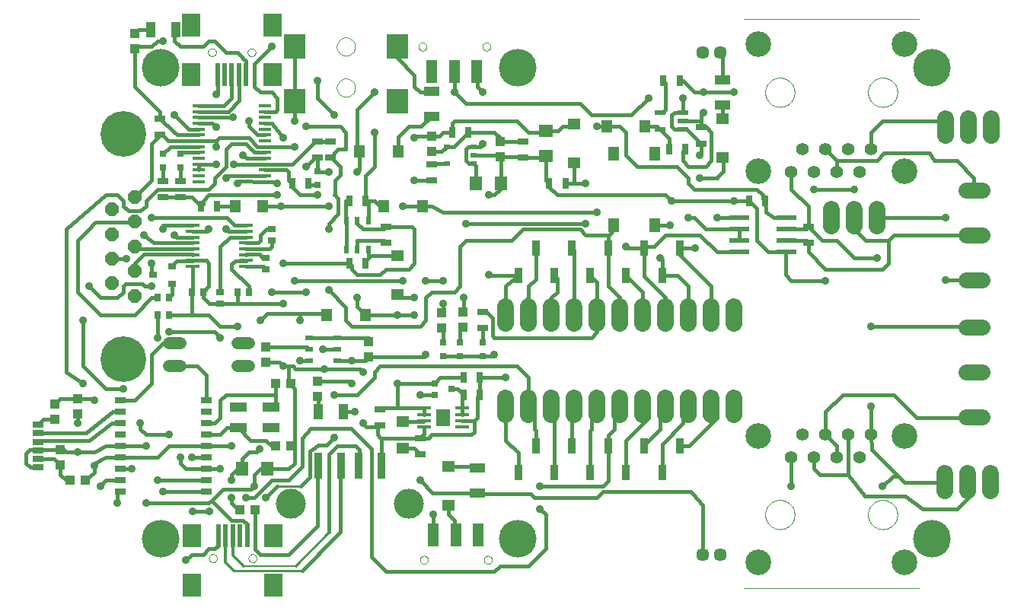
<source format=gtl>
G75*
G70*
%OFA0B0*%
%FSLAX24Y24*%
%IPPOS*%
%LPD*%
%AMOC8*
5,1,8,0,0,1.08239X$1,22.5*
%
%ADD10R,0.0945X0.1102*%
%ADD11C,0.0000*%
%ADD12R,0.0500X0.0579*%
%ADD13R,0.0551X0.0630*%
%ADD14R,0.0630X0.0551*%
%ADD15R,0.0472X0.0315*%
%ADD16R,0.0315X0.0472*%
%ADD17R,0.0709X0.0394*%
%ADD18R,0.0197X0.0984*%
%ADD19R,0.0787X0.0984*%
%ADD20R,0.0394X0.0433*%
%ADD21R,0.0394X0.0709*%
%ADD22C,0.0570*%
%ADD23R,0.0579X0.0500*%
%ADD24R,0.0374X0.0236*%
%ADD25C,0.1310*%
%ADD26R,0.0354X0.1181*%
%ADD27R,0.0433X0.0394*%
%ADD28R,0.0472X0.0984*%
%ADD29OC8,0.0600*%
%ADD30C,0.2000*%
%ADD31R,0.0354X0.0276*%
%ADD32R,0.0276X0.0354*%
%ADD33R,0.0256X0.0197*%
%ADD34R,0.0630X0.0157*%
%ADD35R,0.0618X0.0744*%
%ADD36C,0.0279*%
%ADD37R,0.0551X0.0472*%
%ADD38R,0.0276X0.0276*%
%ADD39R,0.0236X0.0374*%
%ADD40R,0.0335X0.0669*%
%ADD41R,0.0550X0.0137*%
%ADD42R,0.0512X0.0610*%
%ADD43C,0.0740*%
%ADD44R,0.0315X0.0315*%
%ADD45R,0.0870X0.0240*%
%ADD46R,0.0472X0.0551*%
%ADD47C,0.0705*%
%ADD48R,0.0472X0.0217*%
%ADD49C,0.0004*%
%ADD50C,0.0554*%
%ADD51C,0.1122*%
%ADD52R,0.0450X0.0300*%
%ADD53R,0.0500X0.0252*%
%ADD54R,0.0748X0.0433*%
%ADD55C,0.0520*%
%ADD56R,0.0354X0.0315*%
%ADD57C,0.1650*%
%ADD58C,0.0160*%
%ADD59C,0.0356*%
%ADD60C,0.0100*%
%ADD61C,0.0120*%
%ADD62C,0.0080*%
D10*
X014686Y039848D03*
X014686Y042250D03*
X019174Y042250D03*
X019174Y039848D03*
D11*
X020105Y042250D02*
X020107Y042276D01*
X020113Y042302D01*
X020123Y042327D01*
X020136Y042350D01*
X020152Y042370D01*
X020172Y042388D01*
X020194Y042403D01*
X020217Y042415D01*
X020243Y042423D01*
X020269Y042427D01*
X020295Y042427D01*
X020321Y042423D01*
X020347Y042415D01*
X020371Y042403D01*
X020392Y042388D01*
X020412Y042370D01*
X020428Y042350D01*
X020441Y042327D01*
X020451Y042302D01*
X020457Y042276D01*
X020459Y042250D01*
X020457Y042224D01*
X020451Y042198D01*
X020441Y042173D01*
X020428Y042150D01*
X020412Y042130D01*
X020392Y042112D01*
X020370Y042097D01*
X020347Y042085D01*
X020321Y042077D01*
X020295Y042073D01*
X020269Y042073D01*
X020243Y042077D01*
X020217Y042085D01*
X020193Y042097D01*
X020172Y042112D01*
X020152Y042130D01*
X020136Y042150D01*
X020123Y042173D01*
X020113Y042198D01*
X020107Y042224D01*
X020105Y042250D01*
X022901Y042250D02*
X022903Y042276D01*
X022909Y042302D01*
X022919Y042327D01*
X022932Y042350D01*
X022948Y042370D01*
X022968Y042388D01*
X022990Y042403D01*
X023013Y042415D01*
X023039Y042423D01*
X023065Y042427D01*
X023091Y042427D01*
X023117Y042423D01*
X023143Y042415D01*
X023167Y042403D01*
X023188Y042388D01*
X023208Y042370D01*
X023224Y042350D01*
X023237Y042327D01*
X023247Y042302D01*
X023253Y042276D01*
X023255Y042250D01*
X023253Y042224D01*
X023247Y042198D01*
X023237Y042173D01*
X023224Y042150D01*
X023208Y042130D01*
X023188Y042112D01*
X023166Y042097D01*
X023143Y042085D01*
X023117Y042077D01*
X023091Y042073D01*
X023065Y042073D01*
X023039Y042077D01*
X023013Y042085D01*
X022989Y042097D01*
X022968Y042112D01*
X022948Y042130D01*
X022932Y042150D01*
X022919Y042173D01*
X022909Y042198D01*
X022903Y042224D01*
X022901Y042250D01*
X016530Y042250D02*
X016532Y042290D01*
X016538Y042329D01*
X016548Y042368D01*
X016561Y042405D01*
X016579Y042441D01*
X016600Y042475D01*
X016624Y042507D01*
X016651Y042536D01*
X016681Y042563D01*
X016713Y042586D01*
X016748Y042606D01*
X016784Y042622D01*
X016822Y042635D01*
X016861Y042644D01*
X016900Y042649D01*
X016940Y042650D01*
X016980Y042647D01*
X017019Y042640D01*
X017057Y042629D01*
X017095Y042615D01*
X017130Y042596D01*
X017163Y042575D01*
X017195Y042550D01*
X017223Y042522D01*
X017249Y042492D01*
X017271Y042459D01*
X017290Y042424D01*
X017306Y042387D01*
X017318Y042349D01*
X017326Y042310D01*
X017330Y042270D01*
X017330Y042230D01*
X017326Y042190D01*
X017318Y042151D01*
X017306Y042113D01*
X017290Y042076D01*
X017271Y042041D01*
X017249Y042008D01*
X017223Y041978D01*
X017195Y041950D01*
X017163Y041925D01*
X017130Y041904D01*
X017095Y041885D01*
X017057Y041871D01*
X017019Y041860D01*
X016980Y041853D01*
X016940Y041850D01*
X016900Y041851D01*
X016861Y041856D01*
X016822Y041865D01*
X016784Y041878D01*
X016748Y041894D01*
X016713Y041914D01*
X016681Y041937D01*
X016651Y041964D01*
X016624Y041993D01*
X016600Y042025D01*
X016579Y042059D01*
X016561Y042095D01*
X016548Y042132D01*
X016538Y042171D01*
X016532Y042210D01*
X016530Y042250D01*
X016530Y040450D02*
X016532Y040490D01*
X016538Y040529D01*
X016548Y040568D01*
X016561Y040605D01*
X016579Y040641D01*
X016600Y040675D01*
X016624Y040707D01*
X016651Y040736D01*
X016681Y040763D01*
X016713Y040786D01*
X016748Y040806D01*
X016784Y040822D01*
X016822Y040835D01*
X016861Y040844D01*
X016900Y040849D01*
X016940Y040850D01*
X016980Y040847D01*
X017019Y040840D01*
X017057Y040829D01*
X017095Y040815D01*
X017130Y040796D01*
X017163Y040775D01*
X017195Y040750D01*
X017223Y040722D01*
X017249Y040692D01*
X017271Y040659D01*
X017290Y040624D01*
X017306Y040587D01*
X017318Y040549D01*
X017326Y040510D01*
X017330Y040470D01*
X017330Y040430D01*
X017326Y040390D01*
X017318Y040351D01*
X017306Y040313D01*
X017290Y040276D01*
X017271Y040241D01*
X017249Y040208D01*
X017223Y040178D01*
X017195Y040150D01*
X017163Y040125D01*
X017130Y040104D01*
X017095Y040085D01*
X017057Y040071D01*
X017019Y040060D01*
X016980Y040053D01*
X016940Y040050D01*
X016900Y040051D01*
X016861Y040056D01*
X016822Y040065D01*
X016784Y040078D01*
X016748Y040094D01*
X016713Y040114D01*
X016681Y040137D01*
X016651Y040164D01*
X016624Y040193D01*
X016600Y040225D01*
X016579Y040259D01*
X016561Y040295D01*
X016548Y040332D01*
X016538Y040371D01*
X016532Y040410D01*
X016530Y040450D01*
X012619Y042000D02*
X012621Y042026D01*
X012627Y042052D01*
X012637Y042077D01*
X012650Y042100D01*
X012666Y042120D01*
X012686Y042138D01*
X012708Y042153D01*
X012731Y042165D01*
X012757Y042173D01*
X012783Y042177D01*
X012809Y042177D01*
X012835Y042173D01*
X012861Y042165D01*
X012885Y042153D01*
X012906Y042138D01*
X012926Y042120D01*
X012942Y042100D01*
X012955Y042077D01*
X012965Y042052D01*
X012971Y042026D01*
X012973Y042000D01*
X012971Y041974D01*
X012965Y041948D01*
X012955Y041923D01*
X012942Y041900D01*
X012926Y041880D01*
X012906Y041862D01*
X012884Y041847D01*
X012861Y041835D01*
X012835Y041827D01*
X012809Y041823D01*
X012783Y041823D01*
X012757Y041827D01*
X012731Y041835D01*
X012707Y041847D01*
X012686Y041862D01*
X012666Y041880D01*
X012650Y041900D01*
X012637Y041923D01*
X012627Y041948D01*
X012621Y041974D01*
X012619Y042000D01*
X010887Y042000D02*
X010889Y042026D01*
X010895Y042052D01*
X010905Y042077D01*
X010918Y042100D01*
X010934Y042120D01*
X010954Y042138D01*
X010976Y042153D01*
X010999Y042165D01*
X011025Y042173D01*
X011051Y042177D01*
X011077Y042177D01*
X011103Y042173D01*
X011129Y042165D01*
X011153Y042153D01*
X011174Y042138D01*
X011194Y042120D01*
X011210Y042100D01*
X011223Y042077D01*
X011233Y042052D01*
X011239Y042026D01*
X011241Y042000D01*
X011239Y041974D01*
X011233Y041948D01*
X011223Y041923D01*
X011210Y041900D01*
X011194Y041880D01*
X011174Y041862D01*
X011152Y041847D01*
X011129Y041835D01*
X011103Y041827D01*
X011077Y041823D01*
X011051Y041823D01*
X011025Y041827D01*
X010999Y041835D01*
X010975Y041847D01*
X010954Y041862D01*
X010934Y041880D01*
X010918Y041900D01*
X010905Y041923D01*
X010895Y041948D01*
X010889Y041974D01*
X010887Y042000D01*
X010926Y019839D02*
X010928Y019865D01*
X010934Y019891D01*
X010944Y019916D01*
X010957Y019939D01*
X010973Y019959D01*
X010993Y019977D01*
X011015Y019992D01*
X011038Y020004D01*
X011064Y020012D01*
X011090Y020016D01*
X011116Y020016D01*
X011142Y020012D01*
X011168Y020004D01*
X011192Y019992D01*
X011213Y019977D01*
X011233Y019959D01*
X011249Y019939D01*
X011262Y019916D01*
X011272Y019891D01*
X011278Y019865D01*
X011280Y019839D01*
X011278Y019813D01*
X011272Y019787D01*
X011262Y019762D01*
X011249Y019739D01*
X011233Y019719D01*
X011213Y019701D01*
X011191Y019686D01*
X011168Y019674D01*
X011142Y019666D01*
X011116Y019662D01*
X011090Y019662D01*
X011064Y019666D01*
X011038Y019674D01*
X011014Y019686D01*
X010993Y019701D01*
X010973Y019719D01*
X010957Y019739D01*
X010944Y019762D01*
X010934Y019787D01*
X010928Y019813D01*
X010926Y019839D01*
X012659Y019839D02*
X012661Y019865D01*
X012667Y019891D01*
X012677Y019916D01*
X012690Y019939D01*
X012706Y019959D01*
X012726Y019977D01*
X012748Y019992D01*
X012771Y020004D01*
X012797Y020012D01*
X012823Y020016D01*
X012849Y020016D01*
X012875Y020012D01*
X012901Y020004D01*
X012925Y019992D01*
X012946Y019977D01*
X012966Y019959D01*
X012982Y019939D01*
X012995Y019916D01*
X013005Y019891D01*
X013011Y019865D01*
X013013Y019839D01*
X013011Y019813D01*
X013005Y019787D01*
X012995Y019762D01*
X012982Y019739D01*
X012966Y019719D01*
X012946Y019701D01*
X012924Y019686D01*
X012901Y019674D01*
X012875Y019666D01*
X012849Y019662D01*
X012823Y019662D01*
X012797Y019666D01*
X012771Y019674D01*
X012747Y019686D01*
X012726Y019701D01*
X012706Y019719D01*
X012690Y019739D01*
X012677Y019762D01*
X012667Y019787D01*
X012661Y019813D01*
X012659Y019839D01*
X020170Y019770D02*
X020172Y019796D01*
X020178Y019822D01*
X020188Y019847D01*
X020201Y019870D01*
X020217Y019890D01*
X020237Y019908D01*
X020259Y019923D01*
X020282Y019935D01*
X020308Y019943D01*
X020334Y019947D01*
X020360Y019947D01*
X020386Y019943D01*
X020412Y019935D01*
X020436Y019923D01*
X020457Y019908D01*
X020477Y019890D01*
X020493Y019870D01*
X020506Y019847D01*
X020516Y019822D01*
X020522Y019796D01*
X020524Y019770D01*
X020522Y019744D01*
X020516Y019718D01*
X020506Y019693D01*
X020493Y019670D01*
X020477Y019650D01*
X020457Y019632D01*
X020435Y019617D01*
X020412Y019605D01*
X020386Y019597D01*
X020360Y019593D01*
X020334Y019593D01*
X020308Y019597D01*
X020282Y019605D01*
X020258Y019617D01*
X020237Y019632D01*
X020217Y019650D01*
X020201Y019670D01*
X020188Y019693D01*
X020178Y019718D01*
X020172Y019744D01*
X020170Y019770D01*
X022966Y019770D02*
X022968Y019796D01*
X022974Y019822D01*
X022984Y019847D01*
X022997Y019870D01*
X023013Y019890D01*
X023033Y019908D01*
X023055Y019923D01*
X023078Y019935D01*
X023104Y019943D01*
X023130Y019947D01*
X023156Y019947D01*
X023182Y019943D01*
X023208Y019935D01*
X023232Y019923D01*
X023253Y019908D01*
X023273Y019890D01*
X023289Y019870D01*
X023302Y019847D01*
X023312Y019822D01*
X023318Y019796D01*
X023320Y019770D01*
X023318Y019744D01*
X023312Y019718D01*
X023302Y019693D01*
X023289Y019670D01*
X023273Y019650D01*
X023253Y019632D01*
X023231Y019617D01*
X023208Y019605D01*
X023182Y019597D01*
X023156Y019593D01*
X023130Y019593D01*
X023104Y019597D01*
X023078Y019605D01*
X023054Y019617D01*
X023033Y019632D01*
X023013Y019650D01*
X022997Y019670D01*
X022984Y019693D01*
X022974Y019718D01*
X022968Y019744D01*
X022966Y019770D01*
X035290Y021750D02*
X035292Y021800D01*
X035298Y021850D01*
X035308Y021899D01*
X035321Y021948D01*
X035339Y021995D01*
X035360Y022041D01*
X035384Y022084D01*
X035412Y022126D01*
X035443Y022166D01*
X035477Y022203D01*
X035514Y022237D01*
X035554Y022268D01*
X035596Y022296D01*
X035639Y022320D01*
X035685Y022341D01*
X035732Y022359D01*
X035781Y022372D01*
X035830Y022382D01*
X035880Y022388D01*
X035930Y022390D01*
X035980Y022388D01*
X036030Y022382D01*
X036079Y022372D01*
X036128Y022359D01*
X036175Y022341D01*
X036221Y022320D01*
X036264Y022296D01*
X036306Y022268D01*
X036346Y022237D01*
X036383Y022203D01*
X036417Y022166D01*
X036448Y022126D01*
X036476Y022084D01*
X036500Y022041D01*
X036521Y021995D01*
X036539Y021948D01*
X036552Y021899D01*
X036562Y021850D01*
X036568Y021800D01*
X036570Y021750D01*
X036568Y021700D01*
X036562Y021650D01*
X036552Y021601D01*
X036539Y021552D01*
X036521Y021505D01*
X036500Y021459D01*
X036476Y021416D01*
X036448Y021374D01*
X036417Y021334D01*
X036383Y021297D01*
X036346Y021263D01*
X036306Y021232D01*
X036264Y021204D01*
X036221Y021180D01*
X036175Y021159D01*
X036128Y021141D01*
X036079Y021128D01*
X036030Y021118D01*
X035980Y021112D01*
X035930Y021110D01*
X035880Y021112D01*
X035830Y021118D01*
X035781Y021128D01*
X035732Y021141D01*
X035685Y021159D01*
X035639Y021180D01*
X035596Y021204D01*
X035554Y021232D01*
X035514Y021263D01*
X035477Y021297D01*
X035443Y021334D01*
X035412Y021374D01*
X035384Y021416D01*
X035360Y021459D01*
X035339Y021505D01*
X035321Y021552D01*
X035308Y021601D01*
X035298Y021650D01*
X035292Y021700D01*
X035290Y021750D01*
X039790Y021750D02*
X039792Y021800D01*
X039798Y021850D01*
X039808Y021899D01*
X039821Y021948D01*
X039839Y021995D01*
X039860Y022041D01*
X039884Y022084D01*
X039912Y022126D01*
X039943Y022166D01*
X039977Y022203D01*
X040014Y022237D01*
X040054Y022268D01*
X040096Y022296D01*
X040139Y022320D01*
X040185Y022341D01*
X040232Y022359D01*
X040281Y022372D01*
X040330Y022382D01*
X040380Y022388D01*
X040430Y022390D01*
X040480Y022388D01*
X040530Y022382D01*
X040579Y022372D01*
X040628Y022359D01*
X040675Y022341D01*
X040721Y022320D01*
X040764Y022296D01*
X040806Y022268D01*
X040846Y022237D01*
X040883Y022203D01*
X040917Y022166D01*
X040948Y022126D01*
X040976Y022084D01*
X041000Y022041D01*
X041021Y021995D01*
X041039Y021948D01*
X041052Y021899D01*
X041062Y021850D01*
X041068Y021800D01*
X041070Y021750D01*
X041068Y021700D01*
X041062Y021650D01*
X041052Y021601D01*
X041039Y021552D01*
X041021Y021505D01*
X041000Y021459D01*
X040976Y021416D01*
X040948Y021374D01*
X040917Y021334D01*
X040883Y021297D01*
X040846Y021263D01*
X040806Y021232D01*
X040764Y021204D01*
X040721Y021180D01*
X040675Y021159D01*
X040628Y021141D01*
X040579Y021128D01*
X040530Y021118D01*
X040480Y021112D01*
X040430Y021110D01*
X040380Y021112D01*
X040330Y021118D01*
X040281Y021128D01*
X040232Y021141D01*
X040185Y021159D01*
X040139Y021180D01*
X040096Y021204D01*
X040054Y021232D01*
X040014Y021263D01*
X039977Y021297D01*
X039943Y021334D01*
X039912Y021374D01*
X039884Y021416D01*
X039860Y021459D01*
X039839Y021505D01*
X039821Y021552D01*
X039808Y021601D01*
X039798Y021650D01*
X039792Y021700D01*
X039790Y021750D01*
X039790Y040250D02*
X039792Y040300D01*
X039798Y040350D01*
X039808Y040399D01*
X039821Y040448D01*
X039839Y040495D01*
X039860Y040541D01*
X039884Y040584D01*
X039912Y040626D01*
X039943Y040666D01*
X039977Y040703D01*
X040014Y040737D01*
X040054Y040768D01*
X040096Y040796D01*
X040139Y040820D01*
X040185Y040841D01*
X040232Y040859D01*
X040281Y040872D01*
X040330Y040882D01*
X040380Y040888D01*
X040430Y040890D01*
X040480Y040888D01*
X040530Y040882D01*
X040579Y040872D01*
X040628Y040859D01*
X040675Y040841D01*
X040721Y040820D01*
X040764Y040796D01*
X040806Y040768D01*
X040846Y040737D01*
X040883Y040703D01*
X040917Y040666D01*
X040948Y040626D01*
X040976Y040584D01*
X041000Y040541D01*
X041021Y040495D01*
X041039Y040448D01*
X041052Y040399D01*
X041062Y040350D01*
X041068Y040300D01*
X041070Y040250D01*
X041068Y040200D01*
X041062Y040150D01*
X041052Y040101D01*
X041039Y040052D01*
X041021Y040005D01*
X041000Y039959D01*
X040976Y039916D01*
X040948Y039874D01*
X040917Y039834D01*
X040883Y039797D01*
X040846Y039763D01*
X040806Y039732D01*
X040764Y039704D01*
X040721Y039680D01*
X040675Y039659D01*
X040628Y039641D01*
X040579Y039628D01*
X040530Y039618D01*
X040480Y039612D01*
X040430Y039610D01*
X040380Y039612D01*
X040330Y039618D01*
X040281Y039628D01*
X040232Y039641D01*
X040185Y039659D01*
X040139Y039680D01*
X040096Y039704D01*
X040054Y039732D01*
X040014Y039763D01*
X039977Y039797D01*
X039943Y039834D01*
X039912Y039874D01*
X039884Y039916D01*
X039860Y039959D01*
X039839Y040005D01*
X039821Y040052D01*
X039808Y040101D01*
X039798Y040150D01*
X039792Y040200D01*
X039790Y040250D01*
X035290Y040250D02*
X035292Y040300D01*
X035298Y040350D01*
X035308Y040399D01*
X035321Y040448D01*
X035339Y040495D01*
X035360Y040541D01*
X035384Y040584D01*
X035412Y040626D01*
X035443Y040666D01*
X035477Y040703D01*
X035514Y040737D01*
X035554Y040768D01*
X035596Y040796D01*
X035639Y040820D01*
X035685Y040841D01*
X035732Y040859D01*
X035781Y040872D01*
X035830Y040882D01*
X035880Y040888D01*
X035930Y040890D01*
X035980Y040888D01*
X036030Y040882D01*
X036079Y040872D01*
X036128Y040859D01*
X036175Y040841D01*
X036221Y040820D01*
X036264Y040796D01*
X036306Y040768D01*
X036346Y040737D01*
X036383Y040703D01*
X036417Y040666D01*
X036448Y040626D01*
X036476Y040584D01*
X036500Y040541D01*
X036521Y040495D01*
X036539Y040448D01*
X036552Y040399D01*
X036562Y040350D01*
X036568Y040300D01*
X036570Y040250D01*
X036568Y040200D01*
X036562Y040150D01*
X036552Y040101D01*
X036539Y040052D01*
X036521Y040005D01*
X036500Y039959D01*
X036476Y039916D01*
X036448Y039874D01*
X036417Y039834D01*
X036383Y039797D01*
X036346Y039763D01*
X036306Y039732D01*
X036264Y039704D01*
X036221Y039680D01*
X036175Y039659D01*
X036128Y039641D01*
X036079Y039628D01*
X036030Y039618D01*
X035980Y039612D01*
X035930Y039610D01*
X035880Y039612D01*
X035830Y039618D01*
X035781Y039628D01*
X035732Y039641D01*
X035685Y039659D01*
X035639Y039680D01*
X035596Y039704D01*
X035554Y039732D01*
X035514Y039763D01*
X035477Y039797D01*
X035443Y039834D01*
X035412Y039874D01*
X035384Y039916D01*
X035360Y039959D01*
X035339Y040005D01*
X035321Y040052D01*
X035308Y040101D01*
X035298Y040150D01*
X035292Y040200D01*
X035290Y040250D01*
D12*
X030026Y038750D03*
X028334Y038750D03*
X020276Y035250D03*
X018584Y035250D03*
X019219Y037656D03*
X017526Y037656D03*
X017776Y030500D03*
X016084Y030500D03*
D13*
X022629Y036250D03*
X023731Y036250D03*
X013481Y023750D03*
X012379Y023750D03*
D14*
X025680Y037449D03*
X025680Y038551D03*
D15*
X024680Y038104D03*
X024680Y037396D03*
X020680Y037104D03*
X020680Y036396D03*
X018680Y034354D03*
X018680Y033646D03*
X016239Y037396D03*
X015680Y037396D03*
X015680Y038104D03*
X016239Y038104D03*
X009680Y036354D03*
X009680Y035646D03*
X008930Y035646D03*
X008930Y036354D03*
X008798Y038396D03*
X008798Y039104D03*
X018430Y026354D03*
X018430Y025646D03*
X020180Y025104D03*
X020180Y024396D03*
X022930Y029917D03*
X022930Y030626D03*
X032475Y038002D03*
X032475Y038711D03*
X037180Y034354D03*
X037180Y033646D03*
D16*
X035284Y035500D03*
X034576Y035500D03*
X031784Y037750D03*
X031076Y037750D03*
X030826Y040750D03*
X031534Y040750D03*
X026534Y036250D03*
X025826Y036250D03*
X022284Y038500D03*
X021576Y038500D03*
X017784Y035500D03*
X017076Y035500D03*
X015284Y036250D03*
X014576Y036250D03*
X011284Y035250D03*
X010576Y035250D03*
X017076Y032750D03*
X017784Y032750D03*
X022076Y027750D03*
X022784Y027750D03*
X022784Y027000D03*
X022076Y027000D03*
D17*
X022680Y023801D03*
X022680Y022699D03*
X020680Y039199D03*
X020680Y040301D03*
X033430Y040801D03*
X033430Y039699D03*
D18*
X012560Y041016D03*
X012245Y041016D03*
X011930Y041016D03*
X011615Y041016D03*
X011300Y041016D03*
X011339Y020823D03*
X011654Y020823D03*
X011969Y020823D03*
X012284Y020823D03*
X012599Y020823D03*
D19*
X010198Y018657D03*
X010198Y020823D03*
X013741Y020823D03*
X013741Y018657D03*
X013702Y041016D03*
X013702Y043181D03*
X010158Y043181D03*
X010158Y041016D03*
D20*
X007680Y042165D03*
X007680Y042835D03*
X020680Y038335D03*
X020680Y037665D03*
X023680Y037415D03*
X023680Y038085D03*
X022034Y030614D03*
X022034Y029945D03*
X021107Y029935D03*
X021107Y030604D03*
X017930Y029335D03*
X017930Y028665D03*
X015680Y027585D03*
X015680Y026915D03*
X013430Y028415D03*
X013430Y029085D03*
X005180Y026835D03*
X005180Y026165D03*
X004180Y025915D03*
X004180Y026585D03*
X004430Y024585D03*
X004430Y023915D03*
D21*
X015721Y026250D03*
X016824Y026250D03*
X009481Y043000D03*
X008379Y043000D03*
D22*
X032536Y042000D03*
X033324Y042000D03*
X033324Y020000D03*
X032536Y020000D03*
D23*
X021430Y022154D03*
X021430Y023846D03*
X019180Y031404D03*
X019180Y033096D03*
X026930Y037154D03*
X026930Y038846D03*
X033430Y039096D03*
X033430Y037404D03*
D24*
X016560Y029492D03*
X016560Y029000D03*
X016560Y028508D03*
X015300Y028508D03*
X015300Y029000D03*
X015300Y029492D03*
D25*
X014516Y022220D03*
X019686Y022220D03*
D26*
X018479Y023879D03*
X017495Y023879D03*
X016708Y023879D03*
X015723Y023879D03*
D27*
X014515Y024750D03*
X013845Y024750D03*
X012942Y021945D03*
X012273Y021945D03*
X013845Y027500D03*
X014515Y027500D03*
X005515Y023250D03*
X004845Y023250D03*
D28*
X020761Y020852D03*
X021745Y020852D03*
X022729Y020852D03*
X022664Y041167D03*
X021680Y041167D03*
X020696Y041167D03*
D29*
X007680Y035660D03*
X007680Y034580D03*
X006680Y034040D03*
X006680Y035120D03*
X007680Y033500D03*
X007680Y032420D03*
X007680Y031340D03*
X006680Y031880D03*
X006680Y032960D03*
D30*
X007180Y028570D03*
X007180Y038430D03*
D31*
X013680Y034256D03*
X013680Y033744D03*
X013430Y033006D03*
X013430Y032494D03*
X011430Y031506D03*
X011430Y030994D03*
D32*
X012174Y031500D03*
X012686Y031500D03*
X010686Y031500D03*
X010174Y031500D03*
X009186Y031250D03*
X008674Y031250D03*
X008674Y030500D03*
X009186Y030500D03*
D33*
X021339Y037126D03*
X021339Y037874D03*
X022521Y037874D03*
X022521Y037500D03*
X022521Y037126D03*
D34*
X012552Y034415D03*
X012552Y034159D03*
X012552Y033904D03*
X012552Y033648D03*
X012552Y033392D03*
X012552Y033136D03*
X012552Y032880D03*
X012552Y032624D03*
X010229Y032624D03*
X010229Y032880D03*
X010229Y033136D03*
X010229Y033392D03*
X010229Y033648D03*
X010229Y033904D03*
X010229Y034159D03*
X010229Y034415D03*
X020353Y026413D03*
X020353Y026138D03*
X020353Y025862D03*
X020353Y025587D03*
X022007Y025587D03*
X022007Y025862D03*
X022007Y026138D03*
X022007Y026413D03*
D35*
X021180Y026000D03*
D36*
X021180Y026000D03*
X021357Y025764D03*
X021003Y025764D03*
X021003Y026236D03*
X021357Y026236D03*
D37*
X019430Y025841D03*
X019430Y024659D03*
D38*
X020816Y026994D03*
X020816Y027506D03*
X021544Y027250D03*
D39*
X017922Y033370D03*
X017430Y033370D03*
X016938Y033370D03*
X016938Y034630D03*
X017430Y034630D03*
X017922Y034630D03*
D40*
X024467Y032240D03*
X025255Y033421D03*
X026042Y032240D03*
X026830Y033421D03*
X027617Y032240D03*
X028404Y033421D03*
X029192Y032240D03*
X029979Y033421D03*
X030767Y032240D03*
X031554Y033421D03*
X031554Y024760D03*
X030767Y023579D03*
X029979Y024760D03*
X029192Y023579D03*
X028404Y024760D03*
X027617Y023579D03*
X026830Y024760D03*
X026042Y023579D03*
X025255Y024760D03*
X024467Y023579D03*
D41*
X013369Y036337D03*
X013369Y036593D03*
X013369Y036848D03*
X013369Y037104D03*
X013369Y037360D03*
X013369Y037616D03*
X013369Y037872D03*
X013369Y038128D03*
X013369Y038384D03*
X013369Y038640D03*
X013369Y038896D03*
X013369Y039152D03*
X013369Y039407D03*
X013369Y039663D03*
X010491Y039663D03*
X010491Y039407D03*
X010491Y039152D03*
X010491Y038896D03*
X010491Y038640D03*
X010491Y038384D03*
X010491Y038128D03*
X010491Y037872D03*
X010491Y037616D03*
X010491Y037360D03*
X010491Y037104D03*
X010491Y036848D03*
X010491Y036593D03*
X010491Y036337D03*
D42*
X028662Y037565D03*
X030434Y037565D03*
X030434Y034435D03*
X028662Y034435D03*
D43*
X028930Y030870D02*
X028930Y030130D01*
X027930Y030130D02*
X027930Y030870D01*
X026930Y030870D02*
X026930Y030130D01*
X025930Y030130D02*
X025930Y030870D01*
X024930Y030870D02*
X024930Y030130D01*
X023930Y030130D02*
X023930Y030870D01*
X023930Y026870D02*
X023930Y026130D01*
X024930Y026130D02*
X024930Y026870D01*
X025930Y026870D02*
X025930Y026130D01*
X026930Y026130D02*
X026930Y026870D01*
X027930Y026870D02*
X027930Y026130D01*
X028930Y026130D02*
X028930Y026870D01*
X029930Y026870D02*
X029930Y026130D01*
X030930Y026130D02*
X030930Y026870D01*
X031930Y026870D02*
X031930Y026130D01*
X032930Y026130D02*
X032930Y026870D01*
X033930Y026870D02*
X033930Y026130D01*
X033930Y030130D02*
X033930Y030870D01*
X032930Y030870D02*
X032930Y030130D01*
X031930Y030130D02*
X031930Y030870D01*
X030930Y030870D02*
X030930Y030130D01*
X029930Y030130D02*
X029930Y030870D01*
X038180Y034380D02*
X038180Y035120D01*
X039180Y035120D02*
X039180Y034380D01*
X040180Y034380D02*
X040180Y035120D01*
X043180Y038355D02*
X043180Y039095D01*
X044180Y039095D02*
X044180Y038355D01*
X045180Y038355D02*
X045180Y039095D01*
X045155Y023545D02*
X045155Y022805D01*
X044155Y022805D02*
X044155Y023545D01*
X043155Y023545D02*
X043155Y022805D01*
D44*
X022930Y028705D03*
X022930Y029295D03*
X021930Y029295D03*
X021930Y028705D03*
X021180Y028705D03*
X021180Y029295D03*
X015680Y036205D03*
X015680Y036795D03*
X009680Y036955D03*
X009680Y037545D03*
X008930Y037545D03*
X008930Y036955D03*
D45*
X034150Y034750D03*
X034150Y034250D03*
X034150Y033750D03*
X034150Y033250D03*
X036210Y033250D03*
X036210Y033750D03*
X036210Y034250D03*
X036210Y034750D03*
D46*
X013271Y035250D03*
X012089Y035250D03*
D47*
X044070Y035969D02*
X044775Y035969D01*
X044775Y034000D02*
X044070Y034000D01*
X044070Y032031D02*
X044775Y032031D01*
X044775Y029969D02*
X044070Y029969D01*
X044070Y028000D02*
X044775Y028000D01*
X044775Y026031D02*
X044070Y026031D01*
D48*
X031692Y038626D03*
X031692Y039000D03*
X031692Y039374D03*
X030668Y039374D03*
X030668Y038626D03*
D49*
X034355Y043470D02*
X042005Y043470D01*
X042005Y018530D02*
X034355Y018530D01*
D50*
X036430Y024250D03*
X037430Y024250D03*
X038430Y024250D03*
X039430Y024250D03*
X038930Y025250D03*
X037930Y025250D03*
X036930Y025250D03*
X039930Y025250D03*
X039430Y036750D03*
X038430Y036750D03*
X037430Y036750D03*
X036430Y036750D03*
X036930Y037750D03*
X037930Y037750D03*
X038930Y037750D03*
X039930Y037750D03*
D51*
X041380Y036801D03*
X041380Y042348D03*
X034980Y042348D03*
X034980Y036801D03*
X034980Y025199D03*
X034980Y019652D03*
X041380Y019652D03*
X041380Y025199D03*
D52*
X010815Y025250D03*
X010815Y024750D03*
X010815Y024250D03*
X010815Y023750D03*
X010815Y023250D03*
X010815Y022750D03*
X010815Y025750D03*
X010815Y026250D03*
X010815Y026750D03*
X007045Y026750D03*
X007045Y026250D03*
X007045Y025750D03*
X007045Y025250D03*
X007045Y024750D03*
X007045Y024250D03*
X007045Y023750D03*
X007045Y023250D03*
X007045Y022750D03*
D53*
X003438Y023817D03*
X003438Y024191D03*
X003438Y024565D03*
X003438Y024939D03*
X003438Y025313D03*
X003438Y025687D03*
D54*
X012202Y025547D03*
X012202Y026453D03*
X013658Y026453D03*
X013658Y025547D03*
D55*
X012690Y028250D02*
X012170Y028250D01*
X012170Y029250D02*
X012690Y029250D01*
X009690Y029250D02*
X009170Y029250D01*
X009170Y028250D02*
X009690Y028250D01*
D56*
X009324Y031876D03*
X009324Y032624D03*
X008497Y032250D03*
D57*
X008830Y041320D03*
X024450Y041320D03*
X042580Y041320D03*
X042580Y020680D03*
X024450Y020680D03*
X008830Y020680D03*
D58*
X009930Y019750D02*
X010180Y020000D01*
X010680Y020000D01*
X010930Y020250D01*
X011180Y020250D01*
X011339Y020409D01*
X011339Y020823D01*
X011930Y021500D02*
X012430Y021500D01*
X012599Y021331D01*
X012599Y020823D01*
X012942Y020238D02*
X013180Y020000D01*
X014430Y020000D01*
X015680Y021250D01*
X015680Y023835D01*
X015723Y023879D01*
X015337Y023402D02*
X015337Y024526D01*
X015700Y024809D01*
X016082Y024809D01*
X016430Y025132D01*
X016538Y024760D02*
X016180Y024402D01*
X016180Y021000D01*
X016456Y020750D02*
X016680Y021000D01*
X016680Y023851D01*
X016708Y023879D01*
X017495Y023879D02*
X017503Y023887D01*
X017503Y024602D01*
X017345Y024760D01*
X016538Y024760D01*
X017141Y025539D02*
X017680Y025000D01*
X017680Y024996D01*
X018034Y024642D01*
X018034Y019896D01*
X018680Y019250D01*
X023430Y019250D01*
X023680Y019500D01*
X024930Y019500D01*
X025680Y020250D01*
X025680Y021750D01*
X025430Y022000D01*
X025180Y022500D02*
X027930Y022500D01*
X028180Y022750D01*
X032009Y022750D01*
X032107Y022652D01*
X032536Y022144D01*
X032536Y020000D01*
X030767Y023579D02*
X030767Y024837D01*
X031680Y025750D01*
X031680Y026250D01*
X031930Y026500D01*
X030930Y026500D02*
X030680Y026250D01*
X030680Y025500D01*
X029979Y024799D01*
X029979Y024760D01*
X029192Y024988D02*
X029192Y023579D01*
X028404Y023224D02*
X028180Y023000D01*
X025430Y023000D01*
X025028Y022652D02*
X025180Y022500D01*
X025028Y022652D02*
X022908Y022652D01*
X022680Y022699D01*
X020731Y022699D01*
X020180Y023250D01*
X021430Y023846D02*
X022635Y023846D01*
X022680Y023801D01*
X022430Y025250D02*
X020690Y025250D01*
X020544Y025104D01*
X020180Y025104D01*
X020353Y025278D01*
X020353Y025587D01*
X020332Y025841D02*
X020353Y025862D01*
X020332Y025841D02*
X019430Y025841D01*
X019180Y026413D02*
X019180Y027500D01*
X020810Y027500D01*
X020816Y027506D01*
X021060Y027750D01*
X022076Y027750D01*
X021826Y027250D02*
X021544Y027250D01*
X021826Y027250D02*
X022076Y027000D01*
X022007Y026931D01*
X022007Y026413D01*
X022007Y026138D01*
X022007Y025862D02*
X022542Y025862D01*
X022542Y025362D01*
X022430Y025250D01*
X022542Y025862D02*
X022680Y026000D01*
X022680Y026896D01*
X022784Y027000D01*
X022784Y027750D01*
X023930Y027750D01*
X024430Y028250D02*
X018430Y028250D01*
X018180Y028000D01*
X018180Y027750D01*
X017430Y027000D01*
X016430Y027000D01*
X015721Y026874D02*
X015721Y026250D01*
X015721Y026874D02*
X015680Y026915D01*
X015680Y027585D02*
X017095Y027585D01*
X017180Y027500D01*
X017680Y028000D02*
X017554Y028126D01*
X015967Y028126D01*
X014727Y028126D01*
X014603Y028250D01*
X014430Y028250D01*
X014430Y027585D01*
X014515Y027500D01*
X014515Y027415D01*
X014680Y027250D01*
X014680Y024585D01*
X014515Y024750D01*
X014680Y024665D01*
X014680Y024000D01*
X014430Y023750D01*
X013481Y023750D01*
X013180Y023750D01*
X012930Y023500D01*
X012930Y023000D01*
X012780Y022850D01*
X011538Y022850D01*
X011188Y022500D01*
X011180Y022500D01*
X011055Y022375D01*
X011930Y021500D01*
X012253Y021927D02*
X011930Y022250D01*
X011930Y022500D01*
X012542Y022496D02*
X012926Y022496D01*
X013680Y023250D01*
X014430Y023250D01*
X015009Y023848D01*
X015009Y025098D01*
X015391Y025539D01*
X017141Y025539D01*
X017680Y025744D02*
X017680Y025750D01*
X017680Y025744D02*
X017818Y025606D01*
X018391Y025606D01*
X018430Y025646D01*
X018308Y025524D01*
X018308Y025250D01*
X018454Y025104D01*
X018479Y025079D01*
X018479Y023879D01*
X018454Y025104D02*
X020180Y025104D01*
X019916Y024659D02*
X020180Y024396D01*
X019916Y024659D02*
X019430Y024659D01*
X020353Y026138D02*
X020353Y026413D01*
X019180Y026413D01*
X018489Y026413D01*
X018430Y026354D01*
X017306Y026276D02*
X017280Y026250D01*
X016824Y026250D01*
X016560Y028508D02*
X017180Y028508D01*
X017773Y028508D01*
X017930Y028665D01*
X020345Y028665D01*
X020430Y028750D01*
X021180Y028705D02*
X021930Y028705D01*
X022930Y028705D01*
X023385Y028705D01*
X023430Y028750D01*
X022930Y029295D02*
X022930Y029917D01*
X023349Y029581D02*
X023430Y029500D01*
X027680Y029500D01*
X027930Y029750D01*
X027930Y030500D01*
X027930Y031927D01*
X027617Y032240D01*
X027680Y032303D01*
X028430Y031750D02*
X028430Y033396D01*
X028404Y033421D01*
X028404Y033974D01*
X028379Y034000D01*
X027430Y034000D01*
X027180Y034250D01*
X024680Y034250D01*
X024180Y033750D01*
X022180Y033750D01*
X021930Y033500D01*
X021930Y031750D01*
X021680Y031500D01*
X020680Y031500D01*
X020430Y031250D01*
X020430Y030250D01*
X020180Y030000D01*
X017180Y030000D01*
X016930Y030250D01*
X016932Y030823D01*
X016180Y031579D01*
X015180Y031500D02*
X013680Y031500D01*
X014180Y031000D02*
X012180Y031000D01*
X012174Y031494D01*
X012174Y031500D01*
X012180Y031000D02*
X011686Y031000D01*
X011430Y030994D01*
X010936Y030994D01*
X010680Y031250D01*
X010680Y031494D01*
X010686Y031500D01*
X010930Y031744D01*
X010930Y032750D01*
X010800Y032880D01*
X010229Y032880D01*
X010219Y032870D01*
X009530Y032870D01*
X009324Y032663D01*
X009324Y032624D01*
X010229Y032624D02*
X010229Y031555D01*
X010174Y031500D01*
X010180Y031494D01*
X010180Y030500D01*
X010930Y030500D01*
X011430Y030000D01*
X012180Y030000D01*
X011430Y029500D02*
X011180Y029750D01*
X009180Y029750D01*
X008680Y029500D02*
X008680Y030494D01*
X008674Y030500D01*
X008639Y030500D01*
X009186Y030500D02*
X010180Y030500D01*
X009324Y031388D02*
X009186Y031250D01*
X009324Y031388D02*
X009324Y031876D01*
X008674Y031250D02*
X008430Y031250D01*
X007680Y030500D01*
X006180Y030500D01*
X005180Y031500D01*
X005180Y033750D01*
X005680Y034250D01*
X005930Y034512D01*
X005981Y034563D01*
X007663Y034563D01*
X007680Y034580D01*
X007430Y035059D02*
X007180Y035250D01*
X007180Y035500D01*
X006930Y035750D01*
X006430Y035750D01*
X004680Y034250D01*
X004680Y028000D01*
X005430Y027500D01*
X005180Y026835D02*
X005845Y026835D01*
X005930Y026750D01*
X006430Y027250D02*
X007180Y027250D01*
X007045Y026750D02*
X007680Y026750D01*
X008430Y027500D01*
X008430Y028750D01*
X008930Y029250D01*
X009430Y029250D01*
X009430Y028250D02*
X010430Y028250D01*
X010815Y027865D01*
X010815Y026750D01*
X011430Y026750D02*
X011430Y026000D01*
X011180Y025750D01*
X010815Y025750D01*
X010815Y025250D02*
X011430Y025250D01*
X011727Y025547D01*
X012202Y025547D01*
X012749Y025000D01*
X013430Y025000D01*
X013680Y024750D01*
X013845Y024750D01*
X013141Y024612D02*
X013028Y024500D01*
X012680Y024500D01*
X012379Y024199D01*
X012379Y023750D01*
X012180Y023750D01*
X011930Y023500D01*
X011930Y023250D01*
X011430Y023750D02*
X010815Y023750D01*
X009930Y023750D01*
X009680Y024000D01*
X009680Y024250D01*
X010180Y024250D02*
X010815Y024250D01*
X010815Y024750D02*
X011930Y024750D01*
X010815Y024750D02*
X009180Y024750D01*
X008680Y024250D01*
X007045Y024250D01*
X006430Y024250D01*
X005928Y023998D01*
X005928Y023906D01*
X005928Y023587D01*
X005515Y023250D01*
X004845Y023250D02*
X004680Y023250D01*
X004430Y023500D01*
X004430Y023915D01*
X004154Y024191D01*
X003438Y024191D01*
X003438Y024565D02*
X003458Y024585D01*
X004430Y024585D01*
X004595Y024585D01*
X004680Y024500D01*
X005180Y024500D01*
X005930Y024500D01*
X006430Y024750D01*
X007045Y024750D01*
X008180Y024750D01*
X008180Y025250D02*
X009180Y025250D01*
X008180Y025250D02*
X007930Y025500D01*
X007930Y025750D01*
X007045Y025750D02*
X006680Y025750D01*
X005680Y025000D01*
X003499Y025000D01*
X003438Y024939D01*
X003420Y024583D02*
X003074Y024583D01*
X002930Y024439D01*
X002930Y024000D01*
X003113Y023817D01*
X003438Y023817D01*
X003438Y024565D02*
X003420Y024583D01*
X003438Y025313D02*
X003456Y025331D01*
X005534Y025331D01*
X006704Y026250D01*
X007045Y026250D01*
X006430Y027250D02*
X005430Y028250D01*
X005430Y030250D01*
X006180Y031250D02*
X006930Y031250D01*
X007180Y031500D01*
X007180Y031750D01*
X007296Y031866D01*
X008015Y031866D01*
X008131Y031750D01*
X008430Y031750D01*
X008497Y032250D02*
X008430Y032317D01*
X008430Y032750D01*
X008076Y033146D02*
X010219Y033146D01*
X010229Y033136D01*
X010229Y033392D02*
X007788Y033392D01*
X007680Y033500D01*
X008076Y033146D02*
X007680Y032750D01*
X007680Y032420D01*
X007326Y032949D02*
X007255Y032960D01*
X006680Y032960D01*
X005680Y031750D02*
X006180Y031250D01*
X008068Y034000D02*
X008532Y033648D01*
X010229Y033648D01*
X010229Y033904D02*
X009526Y033904D01*
X009430Y034000D01*
X008930Y034250D02*
X008930Y034415D01*
X010229Y034415D01*
X010229Y034159D02*
X010839Y034159D01*
X010930Y034250D01*
X011680Y034250D02*
X011771Y034159D01*
X012552Y034159D01*
X012552Y033904D02*
X011834Y033904D01*
X011430Y033500D01*
X011430Y031506D01*
X011930Y032500D02*
X012686Y031744D01*
X012686Y031500D01*
X013467Y030547D02*
X013180Y030260D01*
X013180Y030250D01*
X013467Y030547D02*
X014930Y030547D01*
X014930Y030250D01*
X014930Y030547D02*
X016036Y030547D01*
X016084Y030500D01*
X016560Y029492D02*
X015300Y029492D01*
X015215Y029085D02*
X015300Y029000D01*
X015215Y029085D02*
X013430Y029085D01*
X013430Y028415D02*
X014015Y028415D01*
X014180Y028250D01*
X014430Y028250D01*
X014930Y028500D02*
X014938Y028508D01*
X015300Y028508D01*
X015930Y029000D02*
X016560Y029000D01*
X016560Y029492D02*
X017930Y029492D01*
X017930Y029335D01*
X017776Y030500D02*
X017430Y030846D01*
X017430Y031250D01*
X017776Y030500D02*
X019180Y030500D01*
X019930Y030500D01*
X019930Y031250D02*
X019430Y031250D01*
X019276Y031404D01*
X019276Y031500D01*
X019180Y031404D01*
X019430Y032000D02*
X014680Y032000D01*
X014180Y032750D02*
X017076Y032750D01*
X017180Y032646D01*
X017180Y032500D01*
X017430Y032250D01*
X018430Y032250D01*
X018680Y032500D01*
X019680Y032500D01*
X019930Y032750D01*
X019930Y034250D01*
X019826Y034354D01*
X018680Y034354D01*
X018576Y034250D01*
X017680Y034250D01*
X017430Y034500D01*
X017430Y034630D01*
X016938Y034630D02*
X016938Y033370D01*
X017430Y033370D02*
X017430Y033750D01*
X018576Y033750D01*
X018680Y033646D01*
X019180Y033096D02*
X018026Y033096D01*
X017930Y033000D01*
X017930Y033362D01*
X017922Y033370D01*
X017930Y033000D02*
X017784Y032854D01*
X017784Y032750D01*
X016180Y034250D02*
X016180Y034500D01*
X016597Y034917D01*
X016597Y035587D01*
X016434Y035750D01*
X016430Y035750D01*
X016440Y035760D01*
X016440Y036394D01*
X016680Y036634D01*
X016680Y037000D01*
X016284Y037396D01*
X016239Y037396D01*
X016593Y037750D01*
X016930Y037750D01*
X016930Y038500D01*
X016680Y038750D01*
X015180Y038750D01*
X014686Y039006D02*
X014680Y039000D01*
X014686Y039006D02*
X014686Y039848D01*
X014686Y042250D01*
X014680Y042256D01*
X014680Y042500D01*
X014686Y042494D01*
X014686Y042250D01*
X013680Y042250D02*
X012930Y041500D01*
X012930Y040500D01*
X013180Y040250D01*
X013680Y040250D01*
X013930Y040000D01*
X013930Y039500D01*
X013837Y039407D01*
X013369Y039407D01*
X013369Y038896D02*
X013686Y038896D01*
X014180Y038250D01*
X014688Y037850D02*
X013391Y037850D01*
X013369Y037872D01*
X013365Y037876D01*
X013054Y037876D01*
X012680Y038250D01*
X011383Y038250D01*
X011261Y038128D01*
X010491Y038128D01*
X010489Y038126D01*
X009156Y038126D01*
X008887Y038396D01*
X008798Y038396D01*
X008798Y038368D01*
X008430Y038000D01*
X008430Y036410D01*
X007680Y035660D01*
X008180Y035500D02*
X008180Y035250D01*
X007930Y035059D01*
X007430Y035059D01*
X008180Y035500D02*
X008680Y036000D01*
X010930Y036000D01*
X011180Y036250D01*
X011180Y036500D01*
X011680Y037000D01*
X011680Y037750D01*
X011930Y038000D01*
X012548Y038000D01*
X012932Y037616D01*
X013369Y037616D01*
X013369Y037360D02*
X012570Y037360D01*
X012430Y037500D01*
X012009Y037102D02*
X013367Y037102D01*
X013369Y037104D01*
X013371Y037102D01*
X014589Y037102D01*
X015591Y038104D01*
X015680Y038104D01*
X016239Y038104D01*
X015680Y037396D02*
X015576Y037396D01*
X015180Y037000D01*
X015680Y036795D02*
X015725Y036750D01*
X016180Y036750D01*
X015680Y036795D02*
X015680Y037396D01*
X015680Y036205D02*
X015330Y036205D01*
X015284Y036250D01*
X014930Y035750D02*
X015680Y035750D01*
X016180Y035250D02*
X014095Y035250D01*
X014097Y035252D01*
X014095Y035250D02*
X013271Y035250D01*
X013930Y035750D02*
X010930Y035750D01*
X010680Y035500D01*
X010680Y035354D01*
X010576Y035250D01*
X010180Y035646D01*
X009680Y035646D01*
X008930Y035646D01*
X008930Y036354D02*
X008930Y036955D01*
X008930Y037545D02*
X009257Y037872D01*
X010491Y037872D01*
X010491Y037616D02*
X009751Y037616D01*
X009680Y037545D01*
X009680Y036955D02*
X009680Y036354D01*
X010491Y036848D02*
X010491Y037104D01*
X010493Y037102D01*
X011263Y037102D01*
X011774Y036593D02*
X011680Y036500D01*
X011774Y036593D02*
X013369Y036593D01*
X013369Y036848D02*
X014332Y036848D01*
X014430Y036750D01*
X014430Y036396D01*
X014576Y036250D01*
X014576Y036104D01*
X014930Y035750D01*
X014576Y036250D02*
X014550Y036276D01*
X013930Y036250D02*
X013843Y036337D01*
X013369Y036337D01*
X012279Y036348D01*
X012180Y036250D01*
X012089Y035250D02*
X011284Y035250D01*
X011725Y034750D02*
X012050Y034425D01*
X012542Y034425D01*
X012552Y034415D01*
X013180Y034000D02*
X013180Y033750D01*
X013078Y033648D01*
X012552Y033648D01*
X012552Y033392D02*
X013572Y033392D01*
X013680Y033500D01*
X013680Y033744D01*
X013680Y034256D02*
X013436Y034256D01*
X013180Y034000D01*
X013133Y033146D02*
X012562Y033146D01*
X012552Y033136D01*
X012552Y032880D02*
X012542Y032870D01*
X012089Y032870D01*
X011930Y032711D01*
X011930Y032500D01*
X012552Y032624D02*
X013300Y032624D01*
X013430Y032494D01*
X013430Y033006D02*
X013273Y033006D01*
X013133Y033146D01*
X011725Y034750D02*
X008430Y034750D01*
X011263Y037876D02*
X011261Y038128D01*
X011263Y038717D02*
X011086Y038894D01*
X010493Y038894D01*
X010491Y038896D01*
X010491Y039152D02*
X011987Y039152D01*
X011989Y039150D01*
X011776Y039407D02*
X010491Y039407D01*
X010491Y039663D02*
X011593Y039663D01*
X011930Y040000D01*
X011930Y041016D01*
X012245Y041016D02*
X012247Y041014D01*
X012247Y039878D01*
X011776Y039407D01*
X011263Y040154D02*
X011300Y040191D01*
X011300Y041016D01*
X011680Y042000D02*
X012180Y042000D01*
X012430Y041750D01*
X012430Y041742D01*
X012542Y041630D01*
X012542Y041033D01*
X012560Y041016D01*
X011680Y042000D02*
X011180Y042500D01*
X010930Y042500D01*
X010680Y042250D01*
X009680Y042250D01*
X009430Y042500D01*
X009430Y042949D01*
X009481Y043000D01*
X008930Y042500D02*
X008680Y042500D01*
X008430Y042250D01*
X007765Y042250D01*
X007680Y042165D01*
X007680Y040500D01*
X008798Y039382D01*
X008798Y039104D01*
X009402Y038500D01*
X009430Y038500D01*
X009546Y038384D01*
X010491Y038384D01*
X010491Y038640D02*
X010040Y038640D01*
X009430Y039250D01*
X012680Y039000D02*
X012680Y038750D01*
X013046Y038384D01*
X013369Y038384D01*
X015680Y040000D02*
X015680Y040750D01*
X015680Y040000D02*
X016430Y039250D01*
X017430Y039500D02*
X018180Y040250D01*
X017430Y039500D02*
X017430Y037750D01*
X017526Y037656D01*
X017526Y036846D01*
X017430Y036750D01*
X017784Y036604D02*
X018180Y037000D01*
X018180Y038500D01*
X019219Y038289D02*
X019219Y037656D01*
X019219Y038289D02*
X019680Y038750D01*
X020231Y038750D01*
X020680Y039199D01*
X021180Y038500D02*
X021576Y038500D01*
X021576Y038896D01*
X021680Y039000D01*
X024430Y039000D01*
X024930Y038500D01*
X025629Y038500D01*
X025680Y038551D01*
X026231Y038551D01*
X026430Y038750D01*
X026834Y038750D01*
X026930Y038846D01*
X027680Y039250D02*
X029430Y039250D01*
X030180Y040000D01*
X030668Y039374D02*
X030804Y039374D01*
X030930Y039500D01*
X030930Y040646D01*
X030826Y040750D01*
X031534Y040750D02*
X031680Y040750D01*
X032180Y040250D01*
X032580Y040250D01*
X032582Y040252D01*
X032584Y040250D01*
X033930Y040250D01*
X033430Y039699D02*
X033430Y039096D01*
X032930Y038500D02*
X032930Y037250D01*
X032680Y037000D01*
X031930Y037000D01*
X031680Y037250D01*
X031680Y037646D01*
X031784Y037750D01*
X032430Y037500D02*
X032475Y037545D01*
X032475Y038002D01*
X031851Y038626D01*
X031692Y038626D01*
X031304Y038626D01*
X031180Y038750D01*
X031180Y039250D01*
X031186Y039250D01*
X031302Y039366D01*
X031684Y039366D01*
X031692Y039374D01*
X031680Y039386D01*
X031680Y040000D01*
X031692Y039000D02*
X032481Y039000D01*
X032481Y039246D01*
X032582Y039346D01*
X032481Y039000D02*
X032475Y038711D01*
X032719Y038711D01*
X032930Y038500D01*
X033430Y037404D02*
X033448Y037386D01*
X033448Y036807D01*
X033180Y036539D01*
X033180Y036500D01*
X032430Y036500D01*
X031930Y036500D02*
X031930Y036250D01*
X032180Y036000D01*
X034930Y036000D01*
X035180Y035750D01*
X035180Y035604D01*
X035284Y035500D01*
X035305Y035000D01*
X035680Y034750D01*
X036210Y034750D01*
X036210Y034250D02*
X037076Y034250D01*
X037180Y034354D01*
X037180Y035250D01*
X036430Y036000D01*
X036430Y036750D01*
X037430Y036000D02*
X039180Y036000D01*
X038430Y036750D02*
X038430Y037250D01*
X037930Y037750D01*
X038430Y037250D02*
X040180Y037250D01*
X040489Y037598D01*
X042489Y037598D01*
X042680Y037250D01*
X043680Y037250D01*
X044422Y036508D01*
X044422Y035969D01*
X043180Y034750D02*
X040180Y034750D01*
X039180Y034750D02*
X039180Y034250D01*
X039680Y033750D01*
X040680Y033750D01*
X040680Y032750D01*
X040430Y032500D01*
X037930Y032500D01*
X037180Y033250D01*
X037180Y033646D01*
X037076Y033750D01*
X036210Y033750D01*
X036210Y033250D02*
X035430Y033250D01*
X034930Y033750D01*
X034930Y035146D01*
X034576Y035500D01*
X033930Y035500D01*
X031180Y035500D01*
X030930Y035750D01*
X026180Y035750D01*
X025826Y036104D01*
X025826Y036250D01*
X025680Y036396D01*
X025680Y037449D01*
X025627Y037396D01*
X024680Y037396D01*
X024660Y037415D01*
X023680Y037415D01*
X023595Y037500D01*
X022521Y037500D01*
X022517Y037870D02*
X022521Y037874D01*
X022804Y037874D01*
X022930Y038000D01*
X022517Y037870D02*
X022286Y037870D01*
X022180Y037764D01*
X022180Y037250D01*
X022304Y037126D01*
X022521Y037126D01*
X022629Y037018D01*
X022629Y036250D01*
X023180Y035750D02*
X023430Y035750D01*
X023680Y036000D01*
X023680Y036199D01*
X023731Y036250D01*
X023731Y037364D01*
X023680Y037415D01*
X023680Y038085D02*
X023680Y038250D01*
X023430Y038500D01*
X022284Y038500D01*
X021658Y037874D01*
X021339Y037874D01*
X021131Y037665D01*
X020680Y037665D01*
X020702Y037126D02*
X020680Y037104D01*
X020702Y037126D02*
X021339Y037126D01*
X020680Y036396D02*
X020678Y036394D01*
X019924Y036394D01*
X020276Y035250D02*
X019430Y035250D01*
X018584Y035250D02*
X018430Y035250D01*
X018180Y035500D01*
X017784Y035500D01*
X017784Y036604D01*
X017784Y035500D02*
X017930Y035500D01*
X017930Y034630D01*
X017922Y034630D01*
X016938Y034630D02*
X016930Y034630D01*
X016930Y035500D01*
X017076Y035500D01*
X019930Y038250D02*
X020015Y038335D01*
X020680Y038335D01*
X021015Y038335D01*
X021180Y038500D01*
X022180Y039750D02*
X027180Y039750D01*
X027680Y039250D01*
X027930Y038750D02*
X028334Y038750D01*
X028930Y038750D01*
X029180Y038500D01*
X029180Y037500D01*
X029680Y037000D01*
X031430Y037000D01*
X031930Y036500D01*
X031076Y037750D02*
X031076Y038218D01*
X030668Y038626D01*
X030544Y038750D01*
X030026Y038750D01*
X027430Y036250D02*
X026930Y036250D01*
X026930Y037154D01*
X026930Y036250D02*
X026534Y036250D01*
X026680Y036250D01*
X027930Y035000D02*
X021180Y035000D01*
X020680Y035250D01*
X020276Y035250D01*
X022180Y034500D02*
X027430Y034500D01*
X028404Y033974D02*
X028680Y034250D01*
X028680Y034417D01*
X028662Y034435D01*
X029180Y033500D02*
X029259Y033421D01*
X029979Y033421D01*
X030058Y033500D01*
X030430Y033500D01*
X030930Y034000D01*
X032430Y034000D01*
X033180Y033250D01*
X034150Y033250D01*
X034150Y033750D02*
X034150Y034250D01*
X032680Y034250D01*
X032180Y034750D01*
X031930Y034750D01*
X031115Y034435D02*
X030434Y034435D01*
X029979Y033421D02*
X029979Y032201D01*
X030930Y031250D01*
X030930Y030500D01*
X029930Y030500D02*
X029930Y031500D01*
X029192Y032238D01*
X029192Y032240D01*
X028430Y031750D02*
X028930Y031250D01*
X028930Y030500D01*
X026930Y030500D02*
X026930Y033321D01*
X026830Y033421D01*
X026042Y032240D02*
X026180Y032102D01*
X026180Y031500D01*
X025930Y031250D01*
X025930Y030500D01*
X024930Y030500D02*
X024680Y030750D01*
X024680Y031000D01*
X024930Y031250D01*
X024930Y031750D01*
X025255Y032075D01*
X025255Y033421D01*
X024467Y032240D02*
X023180Y032240D01*
X023180Y032250D01*
X023930Y031750D02*
X024180Y032000D01*
X024227Y032000D01*
X024467Y032240D01*
X023930Y031750D02*
X023930Y030500D01*
X023349Y030370D02*
X023349Y029581D01*
X023349Y030370D02*
X023093Y030626D01*
X022930Y030626D01*
X022070Y030650D02*
X022034Y030614D01*
X022070Y030650D02*
X022070Y031276D01*
X021180Y031000D02*
X021180Y030677D01*
X021107Y030604D01*
X021107Y029935D02*
X021180Y029862D01*
X021180Y029295D01*
X021930Y029295D02*
X021930Y029841D01*
X022034Y029945D01*
X021180Y032000D02*
X020430Y032000D01*
X022778Y027756D02*
X022784Y027750D01*
X023930Y026500D02*
X023930Y025000D01*
X024467Y024463D01*
X024467Y023579D01*
X025255Y024760D02*
X025255Y025425D01*
X025180Y025500D01*
X025180Y026250D01*
X024930Y026500D01*
X024930Y027750D01*
X024430Y028250D01*
X025930Y026500D02*
X026042Y026388D01*
X026042Y023579D01*
X026830Y024760D02*
X026830Y026400D01*
X026930Y026500D01*
X027680Y026250D02*
X027930Y026500D01*
X027680Y026250D02*
X027680Y025500D01*
X027617Y025437D01*
X027617Y023579D01*
X028404Y023224D02*
X028404Y024760D01*
X028404Y025224D01*
X028680Y025500D01*
X028680Y026250D01*
X028930Y026500D01*
X029930Y026500D02*
X030180Y026250D01*
X030180Y026000D01*
X029180Y025000D01*
X029192Y024988D01*
X031554Y024760D02*
X031940Y024760D01*
X033180Y026000D01*
X033180Y026250D01*
X032930Y026500D01*
X036430Y024250D02*
X036430Y023000D01*
X037430Y023750D02*
X037430Y024250D01*
X037430Y023750D02*
X037680Y023500D01*
X038930Y023500D01*
X039660Y022573D01*
X041410Y022573D01*
X042180Y022000D01*
X043680Y022000D01*
X044180Y022500D01*
X044180Y023150D01*
X044155Y023175D01*
X043155Y023175D02*
X041380Y023175D01*
X041118Y023438D01*
X040868Y023438D01*
X040430Y023000D01*
X041118Y023438D02*
X039955Y024600D01*
X039930Y025250D01*
X039930Y026500D01*
X040930Y027000D02*
X038680Y027000D01*
X037930Y026250D01*
X037930Y025250D01*
X038430Y024750D01*
X038430Y024250D01*
X038930Y023500D02*
X038930Y025250D01*
X040930Y027000D02*
X041930Y026000D01*
X044391Y026000D01*
X044422Y026031D01*
X044422Y029969D02*
X044391Y030000D01*
X039930Y030000D01*
X037930Y032000D02*
X036430Y032000D01*
X036180Y032250D01*
X036180Y033220D01*
X036210Y033250D01*
X037180Y034354D02*
X037784Y033750D01*
X038430Y033750D01*
X039180Y033000D01*
X040180Y033000D01*
X040680Y033750D02*
X040930Y034000D01*
X044422Y034000D01*
X044422Y032031D02*
X043172Y032024D01*
X039930Y037750D02*
X039930Y038500D01*
X040430Y039000D01*
X042905Y039000D01*
X043180Y038725D01*
X034150Y034750D02*
X033180Y034750D01*
X032208Y033421D02*
X031554Y033421D01*
X031554Y033126D01*
X032930Y031750D01*
X032930Y030500D01*
X031930Y030500D02*
X031930Y031750D01*
X031440Y032240D01*
X030767Y032240D01*
X030767Y032913D01*
X030680Y033000D01*
X024680Y038104D02*
X024660Y038085D01*
X023680Y038085D01*
X022180Y039750D02*
X021680Y040250D01*
X021680Y041167D01*
X022664Y041167D02*
X022680Y041152D01*
X022680Y040500D01*
X022930Y040250D01*
X022680Y041000D02*
X022664Y041016D01*
X022664Y041167D01*
X020680Y040301D02*
X020680Y040250D01*
X020180Y040250D01*
X019930Y040500D01*
X019930Y041000D01*
X019180Y041750D01*
X019180Y042250D01*
X019174Y042250D01*
X008379Y043000D02*
X007845Y043000D01*
X007680Y042835D01*
X013845Y027500D02*
X013845Y027000D01*
X011680Y027000D01*
X011430Y026750D01*
X013658Y026453D02*
X013845Y026640D01*
X013845Y027000D01*
X015337Y023402D02*
X014936Y023000D01*
X013930Y023000D02*
X013430Y022500D01*
X012942Y021945D02*
X012942Y020238D01*
X012253Y021927D02*
X012273Y021945D01*
X011055Y022375D02*
X010930Y022250D01*
X008180Y022250D01*
X008930Y022750D02*
X010815Y022750D01*
X010815Y023250D02*
X008680Y023250D01*
X007540Y023750D02*
X007045Y023750D01*
X007045Y023250D02*
X006430Y023250D01*
X006180Y023000D01*
X006930Y022750D02*
X006930Y022250D01*
X006930Y022750D02*
X007045Y022750D01*
X010200Y021888D02*
X010950Y021888D01*
X015009Y019303D02*
X016456Y020750D01*
X020761Y020852D02*
X020761Y021518D01*
X020745Y021770D01*
X021430Y021750D02*
X021430Y022154D01*
X021430Y021750D02*
X021680Y021500D01*
X021680Y020917D01*
X021745Y020852D01*
X020816Y026994D02*
X020810Y027000D01*
X020180Y027000D01*
X033430Y040801D02*
X033430Y041894D01*
X033324Y042000D01*
X005180Y026835D02*
X004430Y026835D01*
X004180Y026585D01*
X004180Y025915D02*
X003666Y025915D01*
X003438Y025687D01*
X005180Y025750D02*
X005180Y026165D01*
D59*
X005180Y025750D03*
X005930Y026750D03*
X005430Y027500D03*
X007180Y027250D03*
X007930Y025750D03*
X009180Y025250D03*
X009680Y024250D03*
X010180Y024250D03*
X011430Y023750D03*
X011930Y023250D03*
X011930Y022500D03*
X012542Y022496D03*
X012930Y023000D03*
X013430Y022500D03*
X013141Y024612D03*
X011930Y024750D03*
X010950Y021888D03*
X010200Y021888D03*
X008930Y022750D03*
X008680Y023250D03*
X008180Y022250D03*
X006930Y022250D03*
X006180Y023000D03*
X005928Y023906D03*
X005180Y024500D03*
X007540Y023750D03*
X008180Y024750D03*
X008680Y029500D03*
X009180Y029750D03*
X008430Y031750D03*
X008430Y032750D03*
X007326Y032949D03*
X008068Y034000D03*
X008430Y034750D03*
X008930Y034250D03*
X009430Y034000D03*
X010930Y034250D03*
X011680Y034250D03*
X012180Y036250D03*
X011680Y036500D03*
X012009Y037102D03*
X012430Y037500D03*
X011263Y037876D03*
X011263Y037102D03*
X011263Y038717D03*
X011989Y039150D03*
X012680Y039000D03*
X014180Y038250D03*
X014688Y037850D03*
X015180Y037000D03*
X016180Y036750D03*
X015680Y035750D03*
X016180Y035250D03*
X016180Y034250D03*
X014097Y035252D03*
X013930Y035750D03*
X013930Y036250D03*
X015180Y038750D03*
X014680Y039000D03*
X016430Y039250D03*
X015680Y040750D03*
X013680Y042250D03*
X011263Y040154D03*
X009430Y039250D03*
X008930Y042500D03*
X017430Y036750D03*
X018180Y038500D03*
X018180Y040250D03*
X019930Y038250D03*
X019924Y036394D03*
X019430Y035250D03*
X022180Y034500D03*
X023180Y035750D03*
X022930Y038000D03*
X022930Y040250D03*
X021680Y040250D03*
X027430Y036250D03*
X027930Y035000D03*
X027430Y034500D03*
X029180Y033500D03*
X030680Y033000D03*
X031115Y034435D03*
X031930Y034750D03*
X031180Y035500D03*
X032430Y036500D03*
X032430Y037500D03*
X032582Y039346D03*
X032582Y040252D03*
X031680Y040000D03*
X030180Y040000D03*
X027930Y038750D03*
X033180Y034750D03*
X033930Y035500D03*
X032208Y033421D03*
X037430Y036000D03*
X039180Y036000D03*
X040180Y033000D03*
X037930Y032000D03*
X039930Y030000D03*
X043172Y032024D03*
X043180Y034750D03*
X039930Y026500D03*
X040430Y023000D03*
X036430Y023000D03*
X025430Y023000D03*
X025430Y022000D03*
X020745Y021770D03*
X020180Y023250D03*
X017680Y025750D03*
X017306Y026276D03*
X016430Y027000D03*
X017180Y027500D03*
X017680Y028000D03*
X017180Y028508D03*
X015967Y028126D03*
X015930Y029000D03*
X014930Y028500D03*
X014180Y028250D03*
X014930Y030250D03*
X014180Y031000D03*
X013680Y031500D03*
X014680Y032000D03*
X015180Y031500D03*
X016180Y031579D03*
X017430Y031250D03*
X019180Y030500D03*
X019930Y030500D03*
X019930Y031250D03*
X019430Y032000D03*
X020430Y032000D03*
X021180Y032000D03*
X022070Y031276D03*
X021180Y031000D03*
X023180Y032250D03*
X023430Y028750D03*
X023930Y027750D03*
X020430Y028750D03*
X019180Y027500D03*
X020180Y027000D03*
X016430Y025132D03*
X011430Y029500D03*
X012180Y030000D03*
X013180Y030250D03*
X014180Y032750D03*
X005680Y031750D03*
X005430Y030250D03*
X009930Y019750D03*
X033930Y040250D03*
D60*
X014936Y023000D02*
X013930Y023000D01*
X016180Y021000D02*
X014723Y019484D01*
X015009Y019303D02*
X012009Y019303D01*
X012444Y019484D02*
X012180Y019748D01*
D61*
X012180Y019750D01*
X011969Y019961D01*
X011969Y020823D01*
X011654Y020823D02*
X011654Y019657D01*
X012009Y019303D01*
D62*
X012444Y019484D02*
X014723Y019484D01*
M02*

</source>
